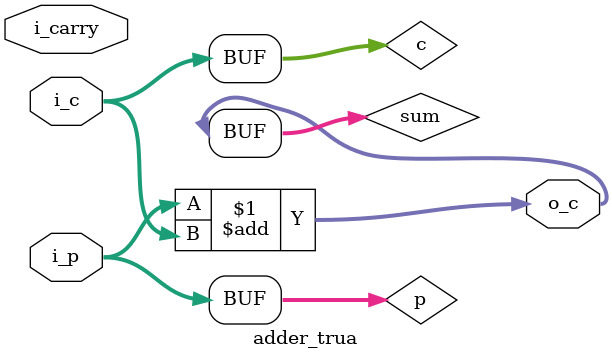
<source format=sv>


// https://solderpad.org/licenses/SHL-2.1/

// Unless required by applicable law or agreed to in writing, any work
// distributed under the License is distributed on an “AS IS” BASIS, WITHOUT
// WARRANTIES OR CONDITIONS OF ANY KIND, either express or implied. See the
// License for the specific language governing permissions and limitations
// under the License.

//
// Jordi Fornt <jfornt@bsc.es>

// ----------
// MACROS
// ----------

// --------------------
// MODULE DECLARATION
// --------------------

module adder_trua #(
    parameter A_APPROX = 0,
    parameter IP_W = 16,
    parameter OC_W = 16
)(
	// Data Inputs
    input  logic [IP_W-1:0]   	i_p,	    // First operand
	input  logic [OC_W-1:0]		i_c,	    // Second operand
    input  logic                i_carry,    // Carry in (IGNORED)
		
	// Data Outputs 
	output logic [OC_W-1:0]     o_c 	        // Sum output
);

// ---------------------
// Combinational part
// ---------------------

// Signed casting
logic signed [IP_W-1:0]     p;
logic signed [OC_W-1:0]     c, sum;

// TRUNCATE THE VALUES (set to zero all LSBs from bit A_APPROX)
generate
    if (A_APPROX>0) begin
        assign p = {i_p[IP_W-1:A_APPROX], {A_APPROX{1'b0}}};
        assign c = {i_c[OC_W-1:A_APPROX], {A_APPROX{1'b0}}};

    // Must handle the APPROX=zero case differenty to avoid inserting one dummy zero (left-shifting)
    end else begin
        assign p = i_p;
        assign c = i_c;
    end
endgenerate

// EXACT SUM on MSBs
assign sum = p + c;
assign o_c = sum;

endmodule

</source>
